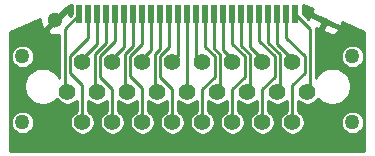
<source format=gbr>
%TF.GenerationSoftware,KiCad,Pcbnew,(5.1.10)-1*%
%TF.CreationDate,2021-10-08T16:04:22-07:00*%
%TF.ProjectId,Dsub_Bondpad_1Layer,44737562-5f42-46f6-9e64-7061645f314c,1*%
%TF.SameCoordinates,Original*%
%TF.FileFunction,Copper,L1,Top*%
%TF.FilePolarity,Positive*%
%FSLAX46Y46*%
G04 Gerber Fmt 4.6, Leading zero omitted, Abs format (unit mm)*
G04 Created by KiCad (PCBNEW (5.1.10)-1) date 2021-10-08 16:04:22*
%MOMM*%
%LPD*%
G01*
G04 APERTURE LIST*
%TA.AperFunction,SMDPad,CuDef*%
%ADD10C,0.100000*%
%TD*%
%TA.AperFunction,ComponentPad*%
%ADD11C,1.300000*%
%TD*%
%TA.AperFunction,ComponentPad*%
%ADD12C,1.397000*%
%TD*%
%TA.AperFunction,SMDPad,CuDef*%
%ADD13R,0.508000X1.524000*%
%TD*%
%TA.AperFunction,ViaPad*%
%ADD14C,1.270000*%
%TD*%
%TA.AperFunction,Conductor*%
%ADD15C,0.254000*%
%TD*%
%TA.AperFunction,Conductor*%
%ADD16C,0.100000*%
%TD*%
G04 APERTURE END LIST*
%TA.AperFunction,SMDPad,CuDef*%
D10*
%TO.P,TP2,1*%
%TO.N,GND*%
G36*
X158312756Y-126081417D02*
G01*
X156931543Y-125437347D01*
X157124764Y-125022983D01*
X158505977Y-125667053D01*
X158312756Y-126081417D01*
G37*
%TD.AperFunction*%
%TD*%
D11*
%TO.P,TP1,1*%
%TO.N,GND*%
X134874000Y-125476000D03*
%TD*%
D12*
%TO.P,J1,2*%
%TO.N,Net-(J1-Pad2)*%
X137160000Y-134112000D03*
%TO.P,J1,3*%
%TO.N,Net-(J1-Pad3)*%
X139700000Y-134112000D03*
%TO.P,J1,4*%
%TO.N,Net-(J1-Pad4)*%
X142240000Y-134112000D03*
%TO.P,J1,6*%
%TO.N,Net-(J1-Pad6)*%
X144780000Y-134112000D03*
%TO.P,J1,8*%
%TO.N,Net-(J1-Pad8)*%
X147320000Y-134112000D03*
%TO.P,J1,10*%
%TO.N,Net-(J1-Pad10)*%
X149860000Y-134112000D03*
%TO.P,J1,11*%
%TO.N,Net-(J1-Pad11)*%
X152400000Y-134112000D03*
%TO.P,J1,12*%
%TO.N,Net-(J1-Pad12)*%
X154940000Y-134112000D03*
%TO.P,J1,1*%
%TO.N,Net-(J1-Pad1)*%
X135890000Y-131572000D03*
%TO.P,J1,15*%
%TO.N,Net-(J1-Pad15)*%
X138430000Y-131572000D03*
%TO.P,J1,17*%
%TO.N,Net-(J1-Pad17)*%
X140970000Y-131572000D03*
%TO.P,J1,5*%
%TO.N,Net-(J1-Pad5)*%
X143510000Y-131572000D03*
%TO.P,J1,7*%
%TO.N,Net-(J1-Pad7)*%
X146050000Y-131572000D03*
%TO.P,J1,9*%
%TO.N,Net-(J1-Pad9)*%
X148590000Y-131572000D03*
%TO.P,J1,22*%
%TO.N,Net-(J1-Pad22)*%
X151130000Y-131572000D03*
%TO.P,J1,24*%
%TO.N,Net-(J1-Pad24)*%
X153670000Y-131572000D03*
%TO.P,J1,13*%
%TO.N,Net-(J1-Pad13)*%
X156210000Y-131572000D03*
%TO.P,J1,14*%
%TO.N,Net-(J1-Pad14)*%
X137160000Y-129032000D03*
%TO.P,J1,16*%
%TO.N,Net-(J1-Pad16)*%
X139700000Y-129032000D03*
%TO.P,J1,18*%
%TO.N,Net-(J1-Pad18)*%
X142240000Y-129032000D03*
%TO.P,J1,19*%
%TO.N,Net-(J1-Pad19)*%
X144780000Y-129032000D03*
%TO.P,J1,20*%
%TO.N,Net-(J1-Pad20)*%
X147320000Y-129032000D03*
%TO.P,J1,21*%
%TO.N,Net-(J1-Pad21)*%
X149860000Y-129032000D03*
%TO.P,J1,23*%
%TO.N,Net-(J1-Pad23)*%
X152400000Y-129032000D03*
%TO.P,J1,25*%
%TO.N,Net-(J1-Pad25)*%
X154940000Y-129032000D03*
%TD*%
D13*
%TO.P,U1,1*%
%TO.N,Net-(J1-Pad1)*%
X136906000Y-124968000D03*
%TD*%
%TO.P,U2,1*%
%TO.N,Net-(J1-Pad2)*%
X137668000Y-124968000D03*
%TD*%
%TO.P,U3,1*%
%TO.N,Net-(J1-Pad3)*%
X139954000Y-124968000D03*
%TD*%
%TO.P,U4,1*%
%TO.N,Net-(J1-Pad4)*%
X142240000Y-124968000D03*
%TD*%
%TO.P,U5,1*%
%TO.N,Net-(J1-Pad5)*%
X143764000Y-124968000D03*
%TD*%
%TO.P,U6,1*%
%TO.N,Net-(J1-Pad6)*%
X144526000Y-124968000D03*
%TD*%
%TO.P,U7,1*%
%TO.N,Net-(J1-Pad7)*%
X146050000Y-124968000D03*
%TD*%
%TO.P,U8,1*%
%TO.N,Net-(J1-Pad8)*%
X147574000Y-124968000D03*
%TD*%
%TO.P,U9,1*%
%TO.N,Net-(J1-Pad9)*%
X148336000Y-124968000D03*
%TD*%
%TO.P,U10,1*%
%TO.N,Net-(J1-Pad10)*%
X149860000Y-124968000D03*
%TD*%
%TO.P,U11,1*%
%TO.N,Net-(J1-Pad11)*%
X152146000Y-124968000D03*
%TD*%
%TO.P,U12,1*%
%TO.N,Net-(J1-Pad12)*%
X154432000Y-124968000D03*
%TD*%
%TO.P,U13,1*%
%TO.N,Net-(J1-Pad13)*%
X155194000Y-124968000D03*
%TD*%
%TO.P,U14,1*%
%TO.N,Net-(J1-Pad14)*%
X138430000Y-124968000D03*
%TD*%
%TO.P,U15,1*%
%TO.N,Net-(J1-Pad15)*%
X139192000Y-124968000D03*
%TD*%
%TO.P,U16,1*%
%TO.N,Net-(J1-Pad16)*%
X140716000Y-124968000D03*
%TD*%
%TO.P,U17,1*%
%TO.N,Net-(J1-Pad17)*%
X141478000Y-124968000D03*
%TD*%
%TO.P,U18,1*%
%TO.N,Net-(J1-Pad18)*%
X143002000Y-124968000D03*
%TD*%
%TO.P,U19,1*%
%TO.N,Net-(J1-Pad19)*%
X145288000Y-124968000D03*
%TD*%
%TO.P,U20,1*%
%TO.N,Net-(J1-Pad20)*%
X146812000Y-124968000D03*
%TD*%
%TO.P,U21,1*%
%TO.N,Net-(J1-Pad21)*%
X149098000Y-124968000D03*
%TD*%
%TO.P,U22,1*%
%TO.N,Net-(J1-Pad22)*%
X150622000Y-124968000D03*
%TD*%
%TO.P,U23,1*%
%TO.N,Net-(J1-Pad23)*%
X151384000Y-124968000D03*
%TD*%
%TO.P,U24,1*%
%TO.N,Net-(J1-Pad24)*%
X152908000Y-124968000D03*
%TD*%
%TO.P,U25,1*%
%TO.N,Net-(J1-Pad25)*%
X153670000Y-124968000D03*
%TD*%
D14*
%TO.N,*%
X132080000Y-134112000D03*
X160020000Y-134112000D03*
X160020000Y-128524000D03*
X132080000Y-128524000D03*
%TD*%
D15*
%TO.N,Net-(J1-Pad2)*%
X137668000Y-127006258D02*
X136134499Y-128539759D01*
X136134499Y-128539759D02*
X136134499Y-129911499D01*
X137668000Y-124968000D02*
X137668000Y-127006258D01*
X136134499Y-129911499D02*
X137160000Y-130937000D01*
X137160000Y-130937000D02*
X137160000Y-134112000D01*
%TO.N,Net-(J1-Pad3)*%
X139700000Y-131324258D02*
X139700000Y-134112000D01*
X139954000Y-127260258D02*
X138674499Y-128539759D01*
X139954000Y-124968000D02*
X139954000Y-127260258D01*
X138674499Y-128539759D02*
X138674499Y-130298757D01*
X138674499Y-130298757D02*
X139700000Y-131324258D01*
%TO.N,Net-(J1-Pad4)*%
X142240000Y-131191000D02*
X142240000Y-134112000D01*
X142240000Y-127514258D02*
X141214499Y-128539759D01*
X142240000Y-124968000D02*
X142240000Y-127514258D01*
X141214499Y-128539759D02*
X141214499Y-130165499D01*
X141214499Y-130165499D02*
X142240000Y-131191000D01*
%TO.N,Net-(J1-Pad6)*%
X144780000Y-131324258D02*
X144780000Y-134112000D01*
X144526000Y-127768258D02*
X143754499Y-128539759D01*
X144526000Y-124968000D02*
X144526000Y-127768258D01*
X143754499Y-128539759D02*
X143754499Y-130298757D01*
X143754499Y-130298757D02*
X144780000Y-131324258D01*
%TO.N,Net-(J1-Pad8)*%
X147320000Y-131324258D02*
X147320000Y-134112000D01*
X147574000Y-127768258D02*
X148345501Y-128539759D01*
X147574000Y-124968000D02*
X147574000Y-127768258D01*
X148345501Y-128539759D02*
X148345501Y-130298757D01*
X148345501Y-130298757D02*
X147320000Y-131324258D01*
%TO.N,Net-(J1-Pad10)*%
X149860000Y-131324258D02*
X149860000Y-134112000D01*
X149860000Y-127514258D02*
X150885501Y-128539759D01*
X149860000Y-124968000D02*
X149860000Y-127514258D01*
X150885501Y-128539759D02*
X150885501Y-130298757D01*
X150885501Y-130298757D02*
X149860000Y-131324258D01*
%TO.N,Net-(J1-Pad11)*%
X152400000Y-131324258D02*
X152400000Y-134112000D01*
X152146000Y-127260258D02*
X153425501Y-128539759D01*
X152146000Y-124968000D02*
X152146000Y-127260258D01*
X153425501Y-128539759D02*
X153425501Y-130298757D01*
X153425501Y-130298757D02*
X152400000Y-131324258D01*
%TO.N,Net-(J1-Pad12)*%
X155965501Y-128539759D02*
X155965501Y-129911499D01*
X154432000Y-127006258D02*
X155965501Y-128539759D01*
X154432000Y-124968000D02*
X154432000Y-127006258D01*
X154940000Y-130937000D02*
X154940000Y-134112000D01*
X155965501Y-129911499D02*
X154940000Y-130937000D01*
%TO.N,Net-(J1-Pad1)*%
X135680489Y-126193511D02*
X136906000Y-124968000D01*
X135680489Y-131362489D02*
X135680489Y-126193511D01*
X135890000Y-131572000D02*
X135680489Y-131362489D01*
%TO.N,Net-(J1-Pad15)*%
X138220489Y-131362489D02*
X138430000Y-131572000D01*
X138220489Y-128351702D02*
X138220489Y-131362489D01*
X139192000Y-127380192D02*
X138220489Y-128351702D01*
X139192000Y-124968000D02*
X139192000Y-127380192D01*
%TO.N,Net-(J1-Pad17)*%
X140760489Y-131362489D02*
X140970000Y-131572000D01*
X140760489Y-128351702D02*
X140760489Y-131362489D01*
X141478000Y-127634192D02*
X140760489Y-128351702D01*
X141478000Y-124968000D02*
X141478000Y-127634192D01*
%TO.N,Net-(J1-Pad5)*%
X143300489Y-131362489D02*
X143510000Y-131572000D01*
X143300489Y-128351702D02*
X143300489Y-131362489D01*
X143764000Y-127888192D02*
X143300489Y-128351702D01*
X143764000Y-124968000D02*
X143764000Y-127888192D01*
%TO.N,Net-(J1-Pad7)*%
X146050000Y-131572000D02*
X146050000Y-124968000D01*
%TO.N,Net-(J1-Pad9)*%
X148799511Y-131362489D02*
X148590000Y-131572000D01*
X148799511Y-128351702D02*
X148799511Y-131362489D01*
X148336000Y-127888192D02*
X148799511Y-128351702D01*
X148336000Y-124968000D02*
X148336000Y-127888192D01*
%TO.N,Net-(J1-Pad22)*%
X151339511Y-128351702D02*
X151339511Y-131362489D01*
X151339511Y-131362489D02*
X151130000Y-131572000D01*
X150622000Y-127634192D02*
X151339511Y-128351702D01*
X150622000Y-124968000D02*
X150622000Y-127634192D01*
%TO.N,Net-(J1-Pad24)*%
X153879511Y-131362489D02*
X153670000Y-131572000D01*
X153879511Y-128351702D02*
X153879511Y-131362489D01*
X152908000Y-127380192D02*
X153879511Y-128351702D01*
X152908000Y-124968000D02*
X152908000Y-127380192D01*
%TO.N,Net-(J1-Pad13)*%
X156419511Y-131362489D02*
X156419511Y-126193511D01*
X156419511Y-126193511D02*
X155194000Y-124968000D01*
X156210000Y-131572000D02*
X156419511Y-131362489D01*
%TO.N,Net-(J1-Pad14)*%
X138430000Y-127500126D02*
X137160000Y-128770126D01*
X137160000Y-128770126D02*
X137160000Y-129032000D01*
X138430000Y-124968000D02*
X138430000Y-127500126D01*
%TO.N,Net-(J1-Pad16)*%
X139700000Y-128770126D02*
X139700000Y-129032000D01*
X140716000Y-127754126D02*
X139700000Y-128770126D01*
X140716000Y-124968000D02*
X140716000Y-127754126D01*
%TO.N,Net-(J1-Pad18)*%
X142240000Y-128770124D02*
X142240000Y-129032000D01*
X143002000Y-128008124D02*
X142240000Y-128770124D01*
X143002000Y-124968000D02*
X143002000Y-128008124D01*
%TO.N,Net-(J1-Pad19)*%
X145288000Y-128524000D02*
X145288000Y-124968000D01*
X144780000Y-129032000D02*
X145288000Y-128524000D01*
%TO.N,Net-(J1-Pad20)*%
X146812000Y-128524000D02*
X146812000Y-124968000D01*
X147320000Y-129032000D02*
X146812000Y-128524000D01*
%TO.N,Net-(J1-Pad21)*%
X149860000Y-128770124D02*
X149860000Y-129032000D01*
X149098000Y-128008124D02*
X149860000Y-128770124D01*
X149098000Y-124968000D02*
X149098000Y-128008124D01*
%TO.N,Net-(J1-Pad23)*%
X152400000Y-128770125D02*
X152400000Y-129032000D01*
X151384000Y-127754125D02*
X152400000Y-128770125D01*
X151384000Y-124968000D02*
X151384000Y-127754125D01*
%TO.N,Net-(J1-Pad25)*%
X154940000Y-128770125D02*
X154940000Y-129032000D01*
X153670000Y-127500125D02*
X154940000Y-128770125D01*
X153670000Y-124968000D02*
X153670000Y-127500125D01*
%TD*%
%TO.N,GND*%
X136256953Y-124934548D02*
X136101337Y-125090164D01*
X136035578Y-124912104D01*
X135988201Y-124823466D01*
X135759527Y-124770078D01*
X135053605Y-125476000D01*
X135067748Y-125490143D01*
X134888143Y-125669748D01*
X134874000Y-125655605D01*
X134168078Y-126361527D01*
X134221466Y-126590201D01*
X134451374Y-126696095D01*
X134697524Y-126755102D01*
X134950455Y-126764952D01*
X135197890Y-126725676D01*
X135197889Y-130336929D01*
X135190070Y-130318052D01*
X135017727Y-130060123D01*
X134798377Y-129840773D01*
X134540448Y-129668430D01*
X134253852Y-129549718D01*
X133949604Y-129489200D01*
X133639396Y-129489200D01*
X133335148Y-129549718D01*
X133048552Y-129668430D01*
X132790623Y-129840773D01*
X132571273Y-130060123D01*
X132398930Y-130318052D01*
X132280218Y-130604648D01*
X132219700Y-130908896D01*
X132219700Y-131219104D01*
X132280218Y-131523352D01*
X132398930Y-131809948D01*
X132571273Y-132067877D01*
X132790623Y-132287227D01*
X133048552Y-132459570D01*
X133335148Y-132578282D01*
X133639396Y-132638800D01*
X133949604Y-132638800D01*
X134253852Y-132578282D01*
X134540448Y-132459570D01*
X134798377Y-132287227D01*
X134979274Y-132106330D01*
X135071227Y-132243949D01*
X135218051Y-132390773D01*
X135390697Y-132506131D01*
X135582530Y-132585591D01*
X135786180Y-132626100D01*
X135993820Y-132626100D01*
X136197470Y-132585591D01*
X136389303Y-132506131D01*
X136561949Y-132390773D01*
X136677400Y-132275322D01*
X136677401Y-133170950D01*
X136660697Y-133177869D01*
X136488051Y-133293227D01*
X136341227Y-133440051D01*
X136225869Y-133612697D01*
X136146409Y-133804530D01*
X136105900Y-134008180D01*
X136105900Y-134215820D01*
X136146409Y-134419470D01*
X136225869Y-134611303D01*
X136341227Y-134783949D01*
X136488051Y-134930773D01*
X136660697Y-135046131D01*
X136852530Y-135125591D01*
X137056180Y-135166100D01*
X137263820Y-135166100D01*
X137467470Y-135125591D01*
X137659303Y-135046131D01*
X137831949Y-134930773D01*
X137978773Y-134783949D01*
X138094131Y-134611303D01*
X138173591Y-134419470D01*
X138214100Y-134215820D01*
X138214100Y-134008180D01*
X138173591Y-133804530D01*
X138094131Y-133612697D01*
X137978773Y-133440051D01*
X137831949Y-133293227D01*
X137659303Y-133177869D01*
X137642600Y-133170950D01*
X137642600Y-132275322D01*
X137758051Y-132390773D01*
X137930697Y-132506131D01*
X138122530Y-132585591D01*
X138326180Y-132626100D01*
X138533820Y-132626100D01*
X138737470Y-132585591D01*
X138929303Y-132506131D01*
X139101949Y-132390773D01*
X139217400Y-132275322D01*
X139217401Y-133170950D01*
X139200697Y-133177869D01*
X139028051Y-133293227D01*
X138881227Y-133440051D01*
X138765869Y-133612697D01*
X138686409Y-133804530D01*
X138645900Y-134008180D01*
X138645900Y-134215820D01*
X138686409Y-134419470D01*
X138765869Y-134611303D01*
X138881227Y-134783949D01*
X139028051Y-134930773D01*
X139200697Y-135046131D01*
X139392530Y-135125591D01*
X139596180Y-135166100D01*
X139803820Y-135166100D01*
X140007470Y-135125591D01*
X140199303Y-135046131D01*
X140371949Y-134930773D01*
X140518773Y-134783949D01*
X140634131Y-134611303D01*
X140713591Y-134419470D01*
X140754100Y-134215820D01*
X140754100Y-134008180D01*
X140713591Y-133804530D01*
X140634131Y-133612697D01*
X140518773Y-133440051D01*
X140371949Y-133293227D01*
X140199303Y-133177869D01*
X140182600Y-133170950D01*
X140182600Y-132275322D01*
X140298051Y-132390773D01*
X140470697Y-132506131D01*
X140662530Y-132585591D01*
X140866180Y-132626100D01*
X141073820Y-132626100D01*
X141277470Y-132585591D01*
X141469303Y-132506131D01*
X141641949Y-132390773D01*
X141757400Y-132275322D01*
X141757401Y-133170950D01*
X141740697Y-133177869D01*
X141568051Y-133293227D01*
X141421227Y-133440051D01*
X141305869Y-133612697D01*
X141226409Y-133804530D01*
X141185900Y-134008180D01*
X141185900Y-134215820D01*
X141226409Y-134419470D01*
X141305869Y-134611303D01*
X141421227Y-134783949D01*
X141568051Y-134930773D01*
X141740697Y-135046131D01*
X141932530Y-135125591D01*
X142136180Y-135166100D01*
X142343820Y-135166100D01*
X142547470Y-135125591D01*
X142739303Y-135046131D01*
X142911949Y-134930773D01*
X143058773Y-134783949D01*
X143174131Y-134611303D01*
X143253591Y-134419470D01*
X143294100Y-134215820D01*
X143294100Y-134008180D01*
X143253591Y-133804530D01*
X143174131Y-133612697D01*
X143058773Y-133440051D01*
X142911949Y-133293227D01*
X142739303Y-133177869D01*
X142722600Y-133170950D01*
X142722600Y-132275322D01*
X142838051Y-132390773D01*
X143010697Y-132506131D01*
X143202530Y-132585591D01*
X143406180Y-132626100D01*
X143613820Y-132626100D01*
X143817470Y-132585591D01*
X144009303Y-132506131D01*
X144181949Y-132390773D01*
X144297400Y-132275322D01*
X144297401Y-133170950D01*
X144280697Y-133177869D01*
X144108051Y-133293227D01*
X143961227Y-133440051D01*
X143845869Y-133612697D01*
X143766409Y-133804530D01*
X143725900Y-134008180D01*
X143725900Y-134215820D01*
X143766409Y-134419470D01*
X143845869Y-134611303D01*
X143961227Y-134783949D01*
X144108051Y-134930773D01*
X144280697Y-135046131D01*
X144472530Y-135125591D01*
X144676180Y-135166100D01*
X144883820Y-135166100D01*
X145087470Y-135125591D01*
X145279303Y-135046131D01*
X145451949Y-134930773D01*
X145598773Y-134783949D01*
X145714131Y-134611303D01*
X145793591Y-134419470D01*
X145834100Y-134215820D01*
X145834100Y-134008180D01*
X145793591Y-133804530D01*
X145714131Y-133612697D01*
X145598773Y-133440051D01*
X145451949Y-133293227D01*
X145279303Y-133177869D01*
X145262600Y-133170950D01*
X145262600Y-132275322D01*
X145378051Y-132390773D01*
X145550697Y-132506131D01*
X145742530Y-132585591D01*
X145946180Y-132626100D01*
X146153820Y-132626100D01*
X146357470Y-132585591D01*
X146549303Y-132506131D01*
X146721949Y-132390773D01*
X146837400Y-132275322D01*
X146837401Y-133170950D01*
X146820697Y-133177869D01*
X146648051Y-133293227D01*
X146501227Y-133440051D01*
X146385869Y-133612697D01*
X146306409Y-133804530D01*
X146265900Y-134008180D01*
X146265900Y-134215820D01*
X146306409Y-134419470D01*
X146385869Y-134611303D01*
X146501227Y-134783949D01*
X146648051Y-134930773D01*
X146820697Y-135046131D01*
X147012530Y-135125591D01*
X147216180Y-135166100D01*
X147423820Y-135166100D01*
X147627470Y-135125591D01*
X147819303Y-135046131D01*
X147991949Y-134930773D01*
X148138773Y-134783949D01*
X148254131Y-134611303D01*
X148333591Y-134419470D01*
X148374100Y-134215820D01*
X148374100Y-134008180D01*
X148333591Y-133804530D01*
X148254131Y-133612697D01*
X148138773Y-133440051D01*
X147991949Y-133293227D01*
X147819303Y-133177869D01*
X147802600Y-133170950D01*
X147802600Y-132275322D01*
X147918051Y-132390773D01*
X148090697Y-132506131D01*
X148282530Y-132585591D01*
X148486180Y-132626100D01*
X148693820Y-132626100D01*
X148897470Y-132585591D01*
X149089303Y-132506131D01*
X149261949Y-132390773D01*
X149377400Y-132275322D01*
X149377401Y-133170950D01*
X149360697Y-133177869D01*
X149188051Y-133293227D01*
X149041227Y-133440051D01*
X148925869Y-133612697D01*
X148846409Y-133804530D01*
X148805900Y-134008180D01*
X148805900Y-134215820D01*
X148846409Y-134419470D01*
X148925869Y-134611303D01*
X149041227Y-134783949D01*
X149188051Y-134930773D01*
X149360697Y-135046131D01*
X149552530Y-135125591D01*
X149756180Y-135166100D01*
X149963820Y-135166100D01*
X150167470Y-135125591D01*
X150359303Y-135046131D01*
X150531949Y-134930773D01*
X150678773Y-134783949D01*
X150794131Y-134611303D01*
X150873591Y-134419470D01*
X150914100Y-134215820D01*
X150914100Y-134008180D01*
X150873591Y-133804530D01*
X150794131Y-133612697D01*
X150678773Y-133440051D01*
X150531949Y-133293227D01*
X150359303Y-133177869D01*
X150342600Y-133170950D01*
X150342600Y-132275322D01*
X150458051Y-132390773D01*
X150630697Y-132506131D01*
X150822530Y-132585591D01*
X151026180Y-132626100D01*
X151233820Y-132626100D01*
X151437470Y-132585591D01*
X151629303Y-132506131D01*
X151801949Y-132390773D01*
X151917400Y-132275322D01*
X151917401Y-133170950D01*
X151900697Y-133177869D01*
X151728051Y-133293227D01*
X151581227Y-133440051D01*
X151465869Y-133612697D01*
X151386409Y-133804530D01*
X151345900Y-134008180D01*
X151345900Y-134215820D01*
X151386409Y-134419470D01*
X151465869Y-134611303D01*
X151581227Y-134783949D01*
X151728051Y-134930773D01*
X151900697Y-135046131D01*
X152092530Y-135125591D01*
X152296180Y-135166100D01*
X152503820Y-135166100D01*
X152707470Y-135125591D01*
X152899303Y-135046131D01*
X153071949Y-134930773D01*
X153218773Y-134783949D01*
X153334131Y-134611303D01*
X153413591Y-134419470D01*
X153454100Y-134215820D01*
X153454100Y-134008180D01*
X153413591Y-133804530D01*
X153334131Y-133612697D01*
X153218773Y-133440051D01*
X153071949Y-133293227D01*
X152899303Y-133177869D01*
X152882600Y-133170950D01*
X152882600Y-132275322D01*
X152998051Y-132390773D01*
X153170697Y-132506131D01*
X153362530Y-132585591D01*
X153566180Y-132626100D01*
X153773820Y-132626100D01*
X153977470Y-132585591D01*
X154169303Y-132506131D01*
X154341949Y-132390773D01*
X154457400Y-132275322D01*
X154457401Y-133170950D01*
X154440697Y-133177869D01*
X154268051Y-133293227D01*
X154121227Y-133440051D01*
X154005869Y-133612697D01*
X153926409Y-133804530D01*
X153885900Y-134008180D01*
X153885900Y-134215820D01*
X153926409Y-134419470D01*
X154005869Y-134611303D01*
X154121227Y-134783949D01*
X154268051Y-134930773D01*
X154440697Y-135046131D01*
X154632530Y-135125591D01*
X154836180Y-135166100D01*
X155043820Y-135166100D01*
X155247470Y-135125591D01*
X155439303Y-135046131D01*
X155611949Y-134930773D01*
X155758773Y-134783949D01*
X155874131Y-134611303D01*
X155953591Y-134419470D01*
X155994100Y-134215820D01*
X155994100Y-134014434D01*
X159029400Y-134014434D01*
X159029400Y-134209566D01*
X159067468Y-134400947D01*
X159142142Y-134581225D01*
X159250551Y-134743471D01*
X159388529Y-134881449D01*
X159550775Y-134989858D01*
X159731053Y-135064532D01*
X159922434Y-135102600D01*
X160117566Y-135102600D01*
X160308947Y-135064532D01*
X160489225Y-134989858D01*
X160651471Y-134881449D01*
X160789449Y-134743471D01*
X160897858Y-134581225D01*
X160972532Y-134400947D01*
X161010600Y-134209566D01*
X161010600Y-134014434D01*
X160972532Y-133823053D01*
X160897858Y-133642775D01*
X160789449Y-133480529D01*
X160651471Y-133342551D01*
X160489225Y-133234142D01*
X160308947Y-133159468D01*
X160117566Y-133121400D01*
X159922434Y-133121400D01*
X159731053Y-133159468D01*
X159550775Y-133234142D01*
X159388529Y-133342551D01*
X159250551Y-133480529D01*
X159142142Y-133642775D01*
X159067468Y-133823053D01*
X159029400Y-134014434D01*
X155994100Y-134014434D01*
X155994100Y-134008180D01*
X155953591Y-133804530D01*
X155874131Y-133612697D01*
X155758773Y-133440051D01*
X155611949Y-133293227D01*
X155439303Y-133177869D01*
X155422600Y-133170950D01*
X155422600Y-132275322D01*
X155538051Y-132390773D01*
X155710697Y-132506131D01*
X155902530Y-132585591D01*
X156106180Y-132626100D01*
X156313820Y-132626100D01*
X156517470Y-132585591D01*
X156709303Y-132506131D01*
X156881949Y-132390773D01*
X157028773Y-132243949D01*
X157120726Y-132106330D01*
X157301623Y-132287227D01*
X157559552Y-132459570D01*
X157846148Y-132578282D01*
X158150396Y-132638800D01*
X158460604Y-132638800D01*
X158764852Y-132578282D01*
X159051448Y-132459570D01*
X159309377Y-132287227D01*
X159528727Y-132067877D01*
X159701070Y-131809948D01*
X159819782Y-131523352D01*
X159880300Y-131219104D01*
X159880300Y-130908896D01*
X159819782Y-130604648D01*
X159701070Y-130318052D01*
X159528727Y-130060123D01*
X159309377Y-129840773D01*
X159051448Y-129668430D01*
X158764852Y-129549718D01*
X158460604Y-129489200D01*
X158150396Y-129489200D01*
X157846148Y-129549718D01*
X157559552Y-129668430D01*
X157301623Y-129840773D01*
X157082273Y-130060123D01*
X156909930Y-130318052D01*
X156902111Y-130336929D01*
X156902111Y-128426434D01*
X159029400Y-128426434D01*
X159029400Y-128621566D01*
X159067468Y-128812947D01*
X159142142Y-128993225D01*
X159250551Y-129155471D01*
X159388529Y-129293449D01*
X159550775Y-129401858D01*
X159731053Y-129476532D01*
X159922434Y-129514600D01*
X160117566Y-129514600D01*
X160308947Y-129476532D01*
X160489225Y-129401858D01*
X160651471Y-129293449D01*
X160789449Y-129155471D01*
X160897858Y-128993225D01*
X160972532Y-128812947D01*
X161010600Y-128621566D01*
X161010600Y-128426434D01*
X160972532Y-128235053D01*
X160897858Y-128054775D01*
X160789449Y-127892529D01*
X160651471Y-127754551D01*
X160489225Y-127646142D01*
X160308947Y-127571468D01*
X160117566Y-127533400D01*
X159922434Y-127533400D01*
X159731053Y-127571468D01*
X159550775Y-127646142D01*
X159388529Y-127754551D01*
X159250551Y-127892529D01*
X159142142Y-128054775D01*
X159067468Y-128235053D01*
X159029400Y-128426434D01*
X156902111Y-128426434D01*
X156902111Y-126244684D01*
X157535979Y-126244684D01*
X157612764Y-126455651D01*
X158034621Y-126655679D01*
X158151998Y-126698906D01*
X158275553Y-126718403D01*
X158400538Y-126713422D01*
X158522149Y-126684153D01*
X158635714Y-126631721D01*
X158736867Y-126558140D01*
X158821723Y-126466241D01*
X158874843Y-126378555D01*
X158798058Y-126167588D01*
X157790923Y-125697953D01*
X157535979Y-126244684D01*
X156902111Y-126244684D01*
X156902111Y-126217215D01*
X156904446Y-126193510D01*
X156898913Y-126137339D01*
X156897569Y-126123690D01*
X157094809Y-126214124D01*
X157305776Y-126137339D01*
X157560721Y-125590608D01*
X156553586Y-125120974D01*
X156342619Y-125197760D01*
X156309593Y-125294816D01*
X156297551Y-125389052D01*
X155805320Y-124896821D01*
X155805320Y-124206000D01*
X155805281Y-124205600D01*
X155875663Y-124205600D01*
X156684999Y-124563214D01*
X156615797Y-124638159D01*
X156562677Y-124725845D01*
X156639462Y-124936812D01*
X157646597Y-125406447D01*
X157665784Y-125365300D01*
X157895986Y-125472645D01*
X157876799Y-125513792D01*
X158883934Y-125983426D01*
X159094901Y-125906640D01*
X159127927Y-125809584D01*
X159143782Y-125685509D01*
X159141217Y-125648519D01*
X161036400Y-126485926D01*
X161036401Y-136525400D01*
X131063600Y-136525400D01*
X131063600Y-134014434D01*
X131089400Y-134014434D01*
X131089400Y-134209566D01*
X131127468Y-134400947D01*
X131202142Y-134581225D01*
X131310551Y-134743471D01*
X131448529Y-134881449D01*
X131610775Y-134989858D01*
X131791053Y-135064532D01*
X131982434Y-135102600D01*
X132177566Y-135102600D01*
X132368947Y-135064532D01*
X132549225Y-134989858D01*
X132711471Y-134881449D01*
X132849449Y-134743471D01*
X132957858Y-134581225D01*
X133032532Y-134400947D01*
X133070600Y-134209566D01*
X133070600Y-134014434D01*
X133032532Y-133823053D01*
X132957858Y-133642775D01*
X132849449Y-133480529D01*
X132711471Y-133342551D01*
X132549225Y-133234142D01*
X132368947Y-133159468D01*
X132177566Y-133121400D01*
X131982434Y-133121400D01*
X131791053Y-133159468D01*
X131610775Y-133234142D01*
X131448529Y-133342551D01*
X131310551Y-133480529D01*
X131202142Y-133642775D01*
X131127468Y-133823053D01*
X131089400Y-134014434D01*
X131063600Y-134014434D01*
X131063600Y-128426434D01*
X131089400Y-128426434D01*
X131089400Y-128621566D01*
X131127468Y-128812947D01*
X131202142Y-128993225D01*
X131310551Y-129155471D01*
X131448529Y-129293449D01*
X131610775Y-129401858D01*
X131791053Y-129476532D01*
X131982434Y-129514600D01*
X132177566Y-129514600D01*
X132368947Y-129476532D01*
X132549225Y-129401858D01*
X132711471Y-129293449D01*
X132849449Y-129155471D01*
X132957858Y-128993225D01*
X133032532Y-128812947D01*
X133070600Y-128621566D01*
X133070600Y-128426434D01*
X133032532Y-128235053D01*
X132957858Y-128054775D01*
X132849449Y-127892529D01*
X132711471Y-127754551D01*
X132549225Y-127646142D01*
X132368947Y-127571468D01*
X132177566Y-127533400D01*
X131982434Y-127533400D01*
X131791053Y-127571468D01*
X131610775Y-127646142D01*
X131448529Y-127754551D01*
X131310551Y-127892529D01*
X131202142Y-128054775D01*
X131127468Y-128235053D01*
X131089400Y-128426434D01*
X131063600Y-128426434D01*
X131063600Y-126485926D01*
X133592207Y-125368635D01*
X133585048Y-125552455D01*
X133624730Y-125802449D01*
X133712422Y-126039896D01*
X133759799Y-126128534D01*
X133988473Y-126181922D01*
X134694395Y-125476000D01*
X134680253Y-125461858D01*
X134859858Y-125282253D01*
X134874000Y-125296395D01*
X135579922Y-124590473D01*
X135558731Y-124499706D01*
X136224340Y-124205600D01*
X136256953Y-124205600D01*
X136256953Y-124934548D01*
%TA.AperFunction,Conductor*%
D16*
G36*
X136256953Y-124934548D02*
G01*
X136101337Y-125090164D01*
X136035578Y-124912104D01*
X135988201Y-124823466D01*
X135759527Y-124770078D01*
X135053605Y-125476000D01*
X135067748Y-125490143D01*
X134888143Y-125669748D01*
X134874000Y-125655605D01*
X134168078Y-126361527D01*
X134221466Y-126590201D01*
X134451374Y-126696095D01*
X134697524Y-126755102D01*
X134950455Y-126764952D01*
X135197890Y-126725676D01*
X135197889Y-130336929D01*
X135190070Y-130318052D01*
X135017727Y-130060123D01*
X134798377Y-129840773D01*
X134540448Y-129668430D01*
X134253852Y-129549718D01*
X133949604Y-129489200D01*
X133639396Y-129489200D01*
X133335148Y-129549718D01*
X133048552Y-129668430D01*
X132790623Y-129840773D01*
X132571273Y-130060123D01*
X132398930Y-130318052D01*
X132280218Y-130604648D01*
X132219700Y-130908896D01*
X132219700Y-131219104D01*
X132280218Y-131523352D01*
X132398930Y-131809948D01*
X132571273Y-132067877D01*
X132790623Y-132287227D01*
X133048552Y-132459570D01*
X133335148Y-132578282D01*
X133639396Y-132638800D01*
X133949604Y-132638800D01*
X134253852Y-132578282D01*
X134540448Y-132459570D01*
X134798377Y-132287227D01*
X134979274Y-132106330D01*
X135071227Y-132243949D01*
X135218051Y-132390773D01*
X135390697Y-132506131D01*
X135582530Y-132585591D01*
X135786180Y-132626100D01*
X135993820Y-132626100D01*
X136197470Y-132585591D01*
X136389303Y-132506131D01*
X136561949Y-132390773D01*
X136677400Y-132275322D01*
X136677401Y-133170950D01*
X136660697Y-133177869D01*
X136488051Y-133293227D01*
X136341227Y-133440051D01*
X136225869Y-133612697D01*
X136146409Y-133804530D01*
X136105900Y-134008180D01*
X136105900Y-134215820D01*
X136146409Y-134419470D01*
X136225869Y-134611303D01*
X136341227Y-134783949D01*
X136488051Y-134930773D01*
X136660697Y-135046131D01*
X136852530Y-135125591D01*
X137056180Y-135166100D01*
X137263820Y-135166100D01*
X137467470Y-135125591D01*
X137659303Y-135046131D01*
X137831949Y-134930773D01*
X137978773Y-134783949D01*
X138094131Y-134611303D01*
X138173591Y-134419470D01*
X138214100Y-134215820D01*
X138214100Y-134008180D01*
X138173591Y-133804530D01*
X138094131Y-133612697D01*
X137978773Y-133440051D01*
X137831949Y-133293227D01*
X137659303Y-133177869D01*
X137642600Y-133170950D01*
X137642600Y-132275322D01*
X137758051Y-132390773D01*
X137930697Y-132506131D01*
X138122530Y-132585591D01*
X138326180Y-132626100D01*
X138533820Y-132626100D01*
X138737470Y-132585591D01*
X138929303Y-132506131D01*
X139101949Y-132390773D01*
X139217400Y-132275322D01*
X139217401Y-133170950D01*
X139200697Y-133177869D01*
X139028051Y-133293227D01*
X138881227Y-133440051D01*
X138765869Y-133612697D01*
X138686409Y-133804530D01*
X138645900Y-134008180D01*
X138645900Y-134215820D01*
X138686409Y-134419470D01*
X138765869Y-134611303D01*
X138881227Y-134783949D01*
X139028051Y-134930773D01*
X139200697Y-135046131D01*
X139392530Y-135125591D01*
X139596180Y-135166100D01*
X139803820Y-135166100D01*
X140007470Y-135125591D01*
X140199303Y-135046131D01*
X140371949Y-134930773D01*
X140518773Y-134783949D01*
X140634131Y-134611303D01*
X140713591Y-134419470D01*
X140754100Y-134215820D01*
X140754100Y-134008180D01*
X140713591Y-133804530D01*
X140634131Y-133612697D01*
X140518773Y-133440051D01*
X140371949Y-133293227D01*
X140199303Y-133177869D01*
X140182600Y-133170950D01*
X140182600Y-132275322D01*
X140298051Y-132390773D01*
X140470697Y-132506131D01*
X140662530Y-132585591D01*
X140866180Y-132626100D01*
X141073820Y-132626100D01*
X141277470Y-132585591D01*
X141469303Y-132506131D01*
X141641949Y-132390773D01*
X141757400Y-132275322D01*
X141757401Y-133170950D01*
X141740697Y-133177869D01*
X141568051Y-133293227D01*
X141421227Y-133440051D01*
X141305869Y-133612697D01*
X141226409Y-133804530D01*
X141185900Y-134008180D01*
X141185900Y-134215820D01*
X141226409Y-134419470D01*
X141305869Y-134611303D01*
X141421227Y-134783949D01*
X141568051Y-134930773D01*
X141740697Y-135046131D01*
X141932530Y-135125591D01*
X142136180Y-135166100D01*
X142343820Y-135166100D01*
X142547470Y-135125591D01*
X142739303Y-135046131D01*
X142911949Y-134930773D01*
X143058773Y-134783949D01*
X143174131Y-134611303D01*
X143253591Y-134419470D01*
X143294100Y-134215820D01*
X143294100Y-134008180D01*
X143253591Y-133804530D01*
X143174131Y-133612697D01*
X143058773Y-133440051D01*
X142911949Y-133293227D01*
X142739303Y-133177869D01*
X142722600Y-133170950D01*
X142722600Y-132275322D01*
X142838051Y-132390773D01*
X143010697Y-132506131D01*
X143202530Y-132585591D01*
X143406180Y-132626100D01*
X143613820Y-132626100D01*
X143817470Y-132585591D01*
X144009303Y-132506131D01*
X144181949Y-132390773D01*
X144297400Y-132275322D01*
X144297401Y-133170950D01*
X144280697Y-133177869D01*
X144108051Y-133293227D01*
X143961227Y-133440051D01*
X143845869Y-133612697D01*
X143766409Y-133804530D01*
X143725900Y-134008180D01*
X143725900Y-134215820D01*
X143766409Y-134419470D01*
X143845869Y-134611303D01*
X143961227Y-134783949D01*
X144108051Y-134930773D01*
X144280697Y-135046131D01*
X144472530Y-135125591D01*
X144676180Y-135166100D01*
X144883820Y-135166100D01*
X145087470Y-135125591D01*
X145279303Y-135046131D01*
X145451949Y-134930773D01*
X145598773Y-134783949D01*
X145714131Y-134611303D01*
X145793591Y-134419470D01*
X145834100Y-134215820D01*
X145834100Y-134008180D01*
X145793591Y-133804530D01*
X145714131Y-133612697D01*
X145598773Y-133440051D01*
X145451949Y-133293227D01*
X145279303Y-133177869D01*
X145262600Y-133170950D01*
X145262600Y-132275322D01*
X145378051Y-132390773D01*
X145550697Y-132506131D01*
X145742530Y-132585591D01*
X145946180Y-132626100D01*
X146153820Y-132626100D01*
X146357470Y-132585591D01*
X146549303Y-132506131D01*
X146721949Y-132390773D01*
X146837400Y-132275322D01*
X146837401Y-133170950D01*
X146820697Y-133177869D01*
X146648051Y-133293227D01*
X146501227Y-133440051D01*
X146385869Y-133612697D01*
X146306409Y-133804530D01*
X146265900Y-134008180D01*
X146265900Y-134215820D01*
X146306409Y-134419470D01*
X146385869Y-134611303D01*
X146501227Y-134783949D01*
X146648051Y-134930773D01*
X146820697Y-135046131D01*
X147012530Y-135125591D01*
X147216180Y-135166100D01*
X147423820Y-135166100D01*
X147627470Y-135125591D01*
X147819303Y-135046131D01*
X147991949Y-134930773D01*
X148138773Y-134783949D01*
X148254131Y-134611303D01*
X148333591Y-134419470D01*
X148374100Y-134215820D01*
X148374100Y-134008180D01*
X148333591Y-133804530D01*
X148254131Y-133612697D01*
X148138773Y-133440051D01*
X147991949Y-133293227D01*
X147819303Y-133177869D01*
X147802600Y-133170950D01*
X147802600Y-132275322D01*
X147918051Y-132390773D01*
X148090697Y-132506131D01*
X148282530Y-132585591D01*
X148486180Y-132626100D01*
X148693820Y-132626100D01*
X148897470Y-132585591D01*
X149089303Y-132506131D01*
X149261949Y-132390773D01*
X149377400Y-132275322D01*
X149377401Y-133170950D01*
X149360697Y-133177869D01*
X149188051Y-133293227D01*
X149041227Y-133440051D01*
X148925869Y-133612697D01*
X148846409Y-133804530D01*
X148805900Y-134008180D01*
X148805900Y-134215820D01*
X148846409Y-134419470D01*
X148925869Y-134611303D01*
X149041227Y-134783949D01*
X149188051Y-134930773D01*
X149360697Y-135046131D01*
X149552530Y-135125591D01*
X149756180Y-135166100D01*
X149963820Y-135166100D01*
X150167470Y-135125591D01*
X150359303Y-135046131D01*
X150531949Y-134930773D01*
X150678773Y-134783949D01*
X150794131Y-134611303D01*
X150873591Y-134419470D01*
X150914100Y-134215820D01*
X150914100Y-134008180D01*
X150873591Y-133804530D01*
X150794131Y-133612697D01*
X150678773Y-133440051D01*
X150531949Y-133293227D01*
X150359303Y-133177869D01*
X150342600Y-133170950D01*
X150342600Y-132275322D01*
X150458051Y-132390773D01*
X150630697Y-132506131D01*
X150822530Y-132585591D01*
X151026180Y-132626100D01*
X151233820Y-132626100D01*
X151437470Y-132585591D01*
X151629303Y-132506131D01*
X151801949Y-132390773D01*
X151917400Y-132275322D01*
X151917401Y-133170950D01*
X151900697Y-133177869D01*
X151728051Y-133293227D01*
X151581227Y-133440051D01*
X151465869Y-133612697D01*
X151386409Y-133804530D01*
X151345900Y-134008180D01*
X151345900Y-134215820D01*
X151386409Y-134419470D01*
X151465869Y-134611303D01*
X151581227Y-134783949D01*
X151728051Y-134930773D01*
X151900697Y-135046131D01*
X152092530Y-135125591D01*
X152296180Y-135166100D01*
X152503820Y-135166100D01*
X152707470Y-135125591D01*
X152899303Y-135046131D01*
X153071949Y-134930773D01*
X153218773Y-134783949D01*
X153334131Y-134611303D01*
X153413591Y-134419470D01*
X153454100Y-134215820D01*
X153454100Y-134008180D01*
X153413591Y-133804530D01*
X153334131Y-133612697D01*
X153218773Y-133440051D01*
X153071949Y-133293227D01*
X152899303Y-133177869D01*
X152882600Y-133170950D01*
X152882600Y-132275322D01*
X152998051Y-132390773D01*
X153170697Y-132506131D01*
X153362530Y-132585591D01*
X153566180Y-132626100D01*
X153773820Y-132626100D01*
X153977470Y-132585591D01*
X154169303Y-132506131D01*
X154341949Y-132390773D01*
X154457400Y-132275322D01*
X154457401Y-133170950D01*
X154440697Y-133177869D01*
X154268051Y-133293227D01*
X154121227Y-133440051D01*
X154005869Y-133612697D01*
X153926409Y-133804530D01*
X153885900Y-134008180D01*
X153885900Y-134215820D01*
X153926409Y-134419470D01*
X154005869Y-134611303D01*
X154121227Y-134783949D01*
X154268051Y-134930773D01*
X154440697Y-135046131D01*
X154632530Y-135125591D01*
X154836180Y-135166100D01*
X155043820Y-135166100D01*
X155247470Y-135125591D01*
X155439303Y-135046131D01*
X155611949Y-134930773D01*
X155758773Y-134783949D01*
X155874131Y-134611303D01*
X155953591Y-134419470D01*
X155994100Y-134215820D01*
X155994100Y-134014434D01*
X159029400Y-134014434D01*
X159029400Y-134209566D01*
X159067468Y-134400947D01*
X159142142Y-134581225D01*
X159250551Y-134743471D01*
X159388529Y-134881449D01*
X159550775Y-134989858D01*
X159731053Y-135064532D01*
X159922434Y-135102600D01*
X160117566Y-135102600D01*
X160308947Y-135064532D01*
X160489225Y-134989858D01*
X160651471Y-134881449D01*
X160789449Y-134743471D01*
X160897858Y-134581225D01*
X160972532Y-134400947D01*
X161010600Y-134209566D01*
X161010600Y-134014434D01*
X160972532Y-133823053D01*
X160897858Y-133642775D01*
X160789449Y-133480529D01*
X160651471Y-133342551D01*
X160489225Y-133234142D01*
X160308947Y-133159468D01*
X160117566Y-133121400D01*
X159922434Y-133121400D01*
X159731053Y-133159468D01*
X159550775Y-133234142D01*
X159388529Y-133342551D01*
X159250551Y-133480529D01*
X159142142Y-133642775D01*
X159067468Y-133823053D01*
X159029400Y-134014434D01*
X155994100Y-134014434D01*
X155994100Y-134008180D01*
X155953591Y-133804530D01*
X155874131Y-133612697D01*
X155758773Y-133440051D01*
X155611949Y-133293227D01*
X155439303Y-133177869D01*
X155422600Y-133170950D01*
X155422600Y-132275322D01*
X155538051Y-132390773D01*
X155710697Y-132506131D01*
X155902530Y-132585591D01*
X156106180Y-132626100D01*
X156313820Y-132626100D01*
X156517470Y-132585591D01*
X156709303Y-132506131D01*
X156881949Y-132390773D01*
X157028773Y-132243949D01*
X157120726Y-132106330D01*
X157301623Y-132287227D01*
X157559552Y-132459570D01*
X157846148Y-132578282D01*
X158150396Y-132638800D01*
X158460604Y-132638800D01*
X158764852Y-132578282D01*
X159051448Y-132459570D01*
X159309377Y-132287227D01*
X159528727Y-132067877D01*
X159701070Y-131809948D01*
X159819782Y-131523352D01*
X159880300Y-131219104D01*
X159880300Y-130908896D01*
X159819782Y-130604648D01*
X159701070Y-130318052D01*
X159528727Y-130060123D01*
X159309377Y-129840773D01*
X159051448Y-129668430D01*
X158764852Y-129549718D01*
X158460604Y-129489200D01*
X158150396Y-129489200D01*
X157846148Y-129549718D01*
X157559552Y-129668430D01*
X157301623Y-129840773D01*
X157082273Y-130060123D01*
X156909930Y-130318052D01*
X156902111Y-130336929D01*
X156902111Y-128426434D01*
X159029400Y-128426434D01*
X159029400Y-128621566D01*
X159067468Y-128812947D01*
X159142142Y-128993225D01*
X159250551Y-129155471D01*
X159388529Y-129293449D01*
X159550775Y-129401858D01*
X159731053Y-129476532D01*
X159922434Y-129514600D01*
X160117566Y-129514600D01*
X160308947Y-129476532D01*
X160489225Y-129401858D01*
X160651471Y-129293449D01*
X160789449Y-129155471D01*
X160897858Y-128993225D01*
X160972532Y-128812947D01*
X161010600Y-128621566D01*
X161010600Y-128426434D01*
X160972532Y-128235053D01*
X160897858Y-128054775D01*
X160789449Y-127892529D01*
X160651471Y-127754551D01*
X160489225Y-127646142D01*
X160308947Y-127571468D01*
X160117566Y-127533400D01*
X159922434Y-127533400D01*
X159731053Y-127571468D01*
X159550775Y-127646142D01*
X159388529Y-127754551D01*
X159250551Y-127892529D01*
X159142142Y-128054775D01*
X159067468Y-128235053D01*
X159029400Y-128426434D01*
X156902111Y-128426434D01*
X156902111Y-126244684D01*
X157535979Y-126244684D01*
X157612764Y-126455651D01*
X158034621Y-126655679D01*
X158151998Y-126698906D01*
X158275553Y-126718403D01*
X158400538Y-126713422D01*
X158522149Y-126684153D01*
X158635714Y-126631721D01*
X158736867Y-126558140D01*
X158821723Y-126466241D01*
X158874843Y-126378555D01*
X158798058Y-126167588D01*
X157790923Y-125697953D01*
X157535979Y-126244684D01*
X156902111Y-126244684D01*
X156902111Y-126217215D01*
X156904446Y-126193510D01*
X156898913Y-126137339D01*
X156897569Y-126123690D01*
X157094809Y-126214124D01*
X157305776Y-126137339D01*
X157560721Y-125590608D01*
X156553586Y-125120974D01*
X156342619Y-125197760D01*
X156309593Y-125294816D01*
X156297551Y-125389052D01*
X155805320Y-124896821D01*
X155805320Y-124206000D01*
X155805281Y-124205600D01*
X155875663Y-124205600D01*
X156684999Y-124563214D01*
X156615797Y-124638159D01*
X156562677Y-124725845D01*
X156639462Y-124936812D01*
X157646597Y-125406447D01*
X157665784Y-125365300D01*
X157895986Y-125472645D01*
X157876799Y-125513792D01*
X158883934Y-125983426D01*
X159094901Y-125906640D01*
X159127927Y-125809584D01*
X159143782Y-125685509D01*
X159141217Y-125648519D01*
X161036400Y-126485926D01*
X161036401Y-136525400D01*
X131063600Y-136525400D01*
X131063600Y-134014434D01*
X131089400Y-134014434D01*
X131089400Y-134209566D01*
X131127468Y-134400947D01*
X131202142Y-134581225D01*
X131310551Y-134743471D01*
X131448529Y-134881449D01*
X131610775Y-134989858D01*
X131791053Y-135064532D01*
X131982434Y-135102600D01*
X132177566Y-135102600D01*
X132368947Y-135064532D01*
X132549225Y-134989858D01*
X132711471Y-134881449D01*
X132849449Y-134743471D01*
X132957858Y-134581225D01*
X133032532Y-134400947D01*
X133070600Y-134209566D01*
X133070600Y-134014434D01*
X133032532Y-133823053D01*
X132957858Y-133642775D01*
X132849449Y-133480529D01*
X132711471Y-133342551D01*
X132549225Y-133234142D01*
X132368947Y-133159468D01*
X132177566Y-133121400D01*
X131982434Y-133121400D01*
X131791053Y-133159468D01*
X131610775Y-133234142D01*
X131448529Y-133342551D01*
X131310551Y-133480529D01*
X131202142Y-133642775D01*
X131127468Y-133823053D01*
X131089400Y-134014434D01*
X131063600Y-134014434D01*
X131063600Y-128426434D01*
X131089400Y-128426434D01*
X131089400Y-128621566D01*
X131127468Y-128812947D01*
X131202142Y-128993225D01*
X131310551Y-129155471D01*
X131448529Y-129293449D01*
X131610775Y-129401858D01*
X131791053Y-129476532D01*
X131982434Y-129514600D01*
X132177566Y-129514600D01*
X132368947Y-129476532D01*
X132549225Y-129401858D01*
X132711471Y-129293449D01*
X132849449Y-129155471D01*
X132957858Y-128993225D01*
X133032532Y-128812947D01*
X133070600Y-128621566D01*
X133070600Y-128426434D01*
X133032532Y-128235053D01*
X132957858Y-128054775D01*
X132849449Y-127892529D01*
X132711471Y-127754551D01*
X132549225Y-127646142D01*
X132368947Y-127571468D01*
X132177566Y-127533400D01*
X131982434Y-127533400D01*
X131791053Y-127571468D01*
X131610775Y-127646142D01*
X131448529Y-127754551D01*
X131310551Y-127892529D01*
X131202142Y-128054775D01*
X131127468Y-128235053D01*
X131089400Y-128426434D01*
X131063600Y-128426434D01*
X131063600Y-126485926D01*
X133592207Y-125368635D01*
X133585048Y-125552455D01*
X133624730Y-125802449D01*
X133712422Y-126039896D01*
X133759799Y-126128534D01*
X133988473Y-126181922D01*
X134694395Y-125476000D01*
X134680253Y-125461858D01*
X134859858Y-125282253D01*
X134874000Y-125296395D01*
X135579922Y-124590473D01*
X135558731Y-124499706D01*
X136224340Y-124205600D01*
X136256953Y-124205600D01*
X136256953Y-124934548D01*
G37*
%TD.AperFunction*%
%TD*%
M02*

</source>
